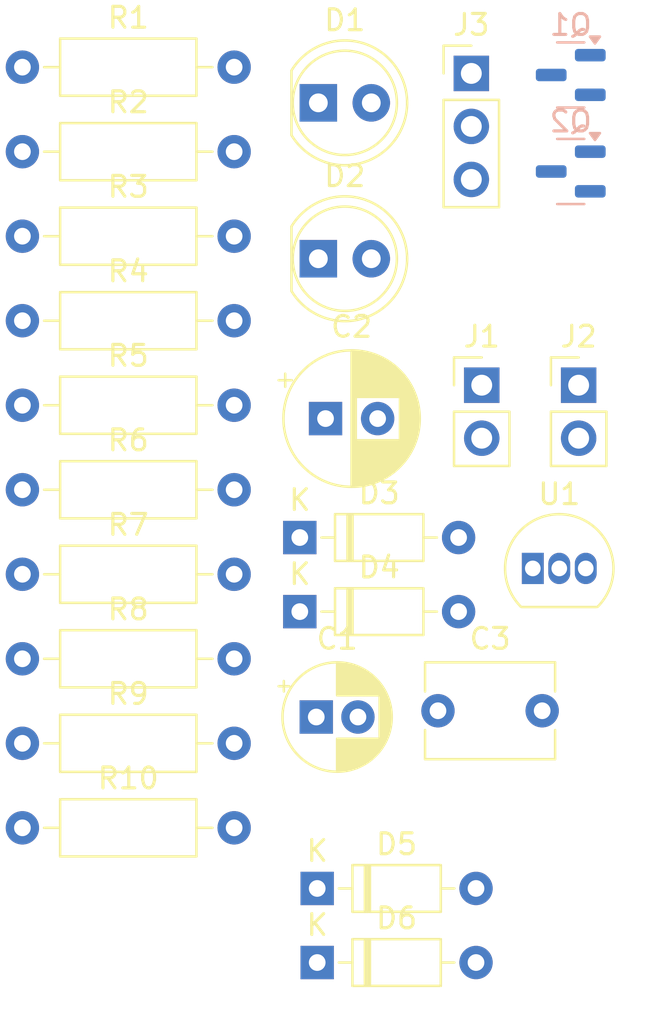
<source format=kicad_pcb>
(kicad_pcb (version 20240108) (generator "pcbnew") (generator_version "8.0")
  (layers (0 "F.Cu" signal) (31 "B.Cu" signal) (36 "B.SilkS" user "B.Silkscreen") (37 "F.SilkS" user "F.Silkscreen") (38 "B.Mask" user) (44 "Edge.Cuts" user))
  (net 0 "")
  (net 1 "Net-(D1-A)")
  (net 2 "GND")
  (net 3 "Net-(J1-Pin_1)")
  (net 4 "Net-(D4-A)")
  (net 5 "Net-(D1-K)")
  (net 6 "Net-(D2-K)")
  (net 7 "Net-(D2-A)")
  (net 8 "Net-(Q1-C)")
  (net 9 "Net-(D3-A)")
  (net 10 "Net-(J2-Pin_1)")
  (net 11 "Net-(Q1-B)")
  (net 12 "Net-(Q2-G)")
  (net 13 "Net-(R6-Pad2)")
  (footprint "Resistor_THT:R_Axial_DIN0207_L6.3mm_D2.5mm_P10.16mm_Horizontal" (layer "F.Cu") (at 18.24 48.31)
    (property "Reference" "R8" (at 5.08 -2.37 0) (layer "F.SilkS"))
    (property "Value" "3.3K")
    (pad "1" thru_hole circle (at 0 0) (size 1.6 1.6) (drill 0.8) (layers "*.Cu" "*.Mask" "In1.Cu" "In2.Cu" "In3.Cu" "In4.Cu" "In5.Cu" "In6.Cu" "In7.Cu" "In8.Cu" "In9.Cu" "In10.Cu" "In11.Cu" "In12.Cu" "In13.Cu" "In14.Cu" "In15.Cu" "In16.Cu" "In17.Cu" "In18.Cu" "In19.Cu" "In20.Cu" "In21.Cu" "In22.Cu" "In23.Cu" "In24.Cu" "In25.Cu" "In26.Cu" "In27.Cu" "In28.Cu" "In29.Cu" "In30.Cu") (net 6 "Net-(D2-K)"))
    (pad "2" thru_hole oval (at 10.16 0) (size 1.6 1.6) (drill 0.8) (layers "*.Cu" "*.Mask" "In1.Cu" "In2.Cu" "In3.Cu" "In4.Cu" "In5.Cu" "In6.Cu" "In7.Cu" "In8.Cu" "In9.Cu" "In10.Cu" "In11.Cu" "In12.Cu" "In13.Cu" "In14.Cu" "In15.Cu" "In16.Cu" "In17.Cu" "In18.Cu" "In19.Cu" "In20.Cu" "In21.Cu" "In22.Cu" "In23.Cu" "In24.Cu" "In25.Cu" "In26.Cu" "In27.Cu" "In28.Cu" "In29.Cu" "In30.Cu") (net 2 "GND"))
  )
  (footprint "Capacitor_THT:CP_Radial_D5.0mm_P2.00mm" (layer "F.Cu") (at 32.339775 51.1)
    (property "Reference" "C1" (at 1 -3.75 0) (layer "F.SilkS"))
    (property "Value" "4.7uF 25V")
    (pad "1" thru_hole rect (at 0 0) (size 1.6 1.6) (drill 0.8) (layers "*.Cu" "*.Mask" "In1.Cu" "In2.Cu" "In3.Cu" "In4.Cu" "In5.Cu" "In6.Cu" "In7.Cu" "In8.Cu" "In9.Cu" "In10.Cu" "In11.Cu" "In12.Cu" "In13.Cu" "In14.Cu" "In15.Cu" "In16.Cu" "In17.Cu" "In18.Cu" "In19.Cu" "In20.Cu" "In21.Cu" "In22.Cu" "In23.Cu" "In24.Cu" "In25.Cu" "In26.Cu" "In27.Cu" "In28.Cu" "In29.Cu" "In30.Cu") (net 1 "Net-(D1-A)"))
    (pad "2" thru_hole circle (at 2 0) (size 1.6 1.6) (drill 0.8) (layers "*.Cu" "*.Mask" "In1.Cu" "In2.Cu" "In3.Cu" "In4.Cu" "In5.Cu" "In6.Cu" "In7.Cu" "In8.Cu" "In9.Cu" "In10.Cu" "In11.Cu" "In12.Cu" "In13.Cu" "In14.Cu" "In15.Cu" "In16.Cu" "In17.Cu" "In18.Cu" "In19.Cu" "In20.Cu" "In21.Cu" "In22.Cu" "In23.Cu" "In24.Cu" "In25.Cu" "In26.Cu" "In27.Cu" "In28.Cu" "In29.Cu" "In30.Cu") (net 2 "GND"))
  )
  (footprint "Resistor_THT:R_Axial_DIN0207_L6.3mm_D2.5mm_P10.16mm_Horizontal" (layer "F.Cu") (at 18.24 56.41)
    (property "Reference" "R10" (at 5.08 -2.37 0) (layer "F.SilkS"))
    (property "Value" "820")
    (pad "1" thru_hole circle (at 0 0) (size 1.6 1.6) (drill 0.8) (layers "*.Cu" "*.Mask" "In1.Cu" "In2.Cu" "In3.Cu" "In4.Cu" "In5.Cu" "In6.Cu" "In7.Cu" "In8.Cu" "In9.Cu" "In10.Cu" "In11.Cu" "In12.Cu" "In13.Cu" "In14.Cu" "In15.Cu" "In16.Cu" "In17.Cu" "In18.Cu" "In19.Cu" "In20.Cu" "In21.Cu" "In22.Cu" "In23.Cu" "In24.Cu" "In25.Cu" "In26.Cu" "In27.Cu" "In28.Cu" "In29.Cu" "In30.Cu") (net 5 "Net-(D1-K)"))
    (pad "2" thru_hole oval (at 10.16 0) (size 1.6 1.6) (drill 0.8) (layers "*.Cu" "*.Mask" "In1.Cu" "In2.Cu" "In3.Cu" "In4.Cu" "In5.Cu" "In6.Cu" "In7.Cu" "In8.Cu" "In9.Cu" "In10.Cu" "In11.Cu" "In12.Cu" "In13.Cu" "In14.Cu" "In15.Cu" "In16.Cu" "In17.Cu" "In18.Cu" "In19.Cu" "In20.Cu" "In21.Cu" "In22.Cu" "In23.Cu" "In24.Cu" "In25.Cu" "In26.Cu" "In27.Cu" "In28.Cu" "In29.Cu" "In30.Cu") (net 2 "GND"))
  )
  (footprint "Resistor_THT:R_Axial_DIN0207_L6.3mm_D2.5mm_P10.16mm_Horizontal" (layer "F.Cu") (at 18.24 44.26)
    (property "Reference" "R7" (at 5.08 -2.37 0) (layer "F.SilkS"))
    (property "Value" "820")
    (pad "1" thru_hole circle (at 0 0) (size 1.6 1.6) (drill 0.8) (layers "*.Cu" "*.Mask" "In1.Cu" "In2.Cu" "In3.Cu" "In4.Cu" "In5.Cu" "In6.Cu" "In7.Cu" "In8.Cu" "In9.Cu" "In10.Cu" "In11.Cu" "In12.Cu" "In13.Cu" "In14.Cu" "In15.Cu" "In16.Cu" "In17.Cu" "In18.Cu" "In19.Cu" "In20.Cu" "In21.Cu" "In22.Cu" "In23.Cu" "In24.Cu" "In25.Cu" "In26.Cu" "In27.Cu" "In28.Cu" "In29.Cu" "In30.Cu") (net 9 "Net-(D3-A)"))
    (pad "2" thru_hole oval (at 10.16 0) (size 1.6 1.6) (drill 0.8) (layers "*.Cu" "*.Mask" "In1.Cu" "In2.Cu" "In3.Cu" "In4.Cu" "In5.Cu" "In6.Cu" "In7.Cu" "In8.Cu" "In9.Cu" "In10.Cu" "In11.Cu" "In12.Cu" "In13.Cu" "In14.Cu" "In15.Cu" "In16.Cu" "In17.Cu" "In18.Cu" "In19.Cu" "In20.Cu" "In21.Cu" "In22.Cu" "In23.Cu" "In24.Cu" "In25.Cu" "In26.Cu" "In27.Cu" "In28.Cu" "In29.Cu" "In30.Cu") (net 2 "GND"))
  )
  (footprint "Resistor_THT:R_Axial_DIN0207_L6.3mm_D2.5mm_P10.16mm_Horizontal" (layer "F.Cu") (at 18.24 28.06)
    (property "Reference" "R3" (at 5.08 -2.37 0) (layer "F.SilkS"))
    (property "Value" "3.3K")
    (pad "1" thru_hole circle (at 0 0) (size 1.6 1.6) (drill 0.8) (layers "*.Cu" "*.Mask" "In1.Cu" "In2.Cu" "In3.Cu" "In4.Cu" "In5.Cu" "In6.Cu" "In7.Cu" "In8.Cu" "In9.Cu" "In10.Cu" "In11.Cu" "In12.Cu" "In13.Cu" "In14.Cu" "In15.Cu" "In16.Cu" "In17.Cu" "In18.Cu" "In19.Cu" "In20.Cu" "In21.Cu" "In22.Cu" "In23.Cu" "In24.Cu" "In25.Cu" "In26.Cu" "In27.Cu" "In28.Cu" "In29.Cu" "In30.Cu") (net 10 "Net-(J2-Pin_1)"))
    (pad "2" thru_hole oval (at 10.16 0) (size 1.6 1.6) (drill 0.8) (layers "*.Cu" "*.Mask" "In1.Cu" "In2.Cu" "In3.Cu" "In4.Cu" "In5.Cu" "In6.Cu" "In7.Cu" "In8.Cu" "In9.Cu" "In10.Cu" "In11.Cu" "In12.Cu" "In13.Cu" "In14.Cu" "In15.Cu" "In16.Cu" "In17.Cu" "In18.Cu" "In19.Cu" "In20.Cu" "In21.Cu" "In22.Cu" "In23.Cu" "In24.Cu" "In25.Cu" "In26.Cu" "In27.Cu" "In28.Cu" "In29.Cu" "In30.Cu") (net 11 "Net-(Q1-B)"))
  )
  (footprint "Resistor_THT:R_Axial_DIN0207_L6.3mm_D2.5mm_P10.16mm_Horizontal" (layer "F.Cu") (at 18.24 32.11)
    (property "Reference" "R4" (at 5.08 -2.37 0) (layer "F.SilkS"))
    (property "Value" "2.7K")
    (pad "1" thru_hole circle (at 0 0) (size 1.6 1.6) (drill 0.8) (layers "*.Cu" "*.Mask" "In1.Cu" "In2.Cu" "In3.Cu" "In4.Cu" "In5.Cu" "In6.Cu" "In7.Cu" "In8.Cu" "In9.Cu" "In10.Cu" "In11.Cu" "In12.Cu" "In13.Cu" "In14.Cu" "In15.Cu" "In16.Cu" "In17.Cu" "In18.Cu" "In19.Cu" "In20.Cu" "In21.Cu" "In22.Cu" "In23.Cu" "In24.Cu" "In25.Cu" "In26.Cu" "In27.Cu" "In28.Cu" "In29.Cu" "In30.Cu") (net 11 "Net-(Q1-B)"))
    (pad "2" thru_hole oval (at 10.16 0) (size 1.6 1.6) (drill 0.8) (layers "*.Cu" "*.Mask" "In1.Cu" "In2.Cu" "In3.Cu" "In4.Cu" "In5.Cu" "In6.Cu" "In7.Cu" "In8.Cu" "In9.Cu" "In10.Cu" "In11.Cu" "In12.Cu" "In13.Cu" "In14.Cu" "In15.Cu" "In16.Cu" "In17.Cu" "In18.Cu" "In19.Cu" "In20.Cu" "In21.Cu" "In22.Cu" "In23.Cu" "In24.Cu" "In25.Cu" "In26.Cu" "In27.Cu" "In28.Cu" "In29.Cu" "In30.Cu") (net 2 "GND"))
  )
  (footprint "Resistor_THT:R_Axial_DIN0207_L6.3mm_D2.5mm_P10.16mm_Horizontal" (layer "F.Cu") (at 18.24 19.96)
    (property "Reference" "R1" (at 5.08 -2.37 0) (layer "F.SilkS"))
    (property "Value" "2.7K")
    (pad "1" thru_hole circle (at 0 0) (size 1.6 1.6) (drill 0.8) (layers "*.Cu" "*.Mask" "In1.Cu" "In2.Cu" "In3.Cu" "In4.Cu" "In5.Cu" "In6.Cu" "In7.Cu" "In8.Cu" "In9.Cu" "In10.Cu" "In11.Cu" "In12.Cu" "In13.Cu" "In14.Cu" "In15.Cu" "In16.Cu" "In17.Cu" "In18.Cu" "In19.Cu" "In20.Cu" "In21.Cu" "In22.Cu" "In23.Cu" "In24.Cu" "In25.Cu" "In26.Cu" "In27.Cu" "In28.Cu" "In29.Cu" "In30.Cu") (net 3 "Net-(J1-Pin_1)"))
    (pad "2" thru_hole oval (at 10.16 0) (size 1.6 1.6) (drill 0.8) (layers "*.Cu" "*.Mask" "In1.Cu" "In2.Cu" "In3.Cu" "In4.Cu" "In5.Cu" "In6.Cu" "In7.Cu" "In8.Cu" "In9.Cu" "In10.Cu" "In11.Cu" "In12.Cu" "In13.Cu" "In14.Cu" "In15.Cu" "In16.Cu" "In17.Cu" "In18.Cu" "In19.Cu" "In20.Cu" "In21.Cu" "In22.Cu" "In23.Cu" "In24.Cu" "In25.Cu" "In26.Cu" "In27.Cu" "In28.Cu" "In29.Cu" "In30.Cu") (net 12 "Net-(Q2-G)"))
  )
  (footprint "Connector_PinHeader_2.54mm:PinHeader_1x02_P2.54mm_Vertical" (layer "F.Cu") (at 44.93 35.2)
    (property "Reference" "J2" (at 0 -2.33 0) (layer "F.SilkS"))
    (property "Value" "Prog_EN")
    (pad "1" thru_hole rect (at 0 0) (size 1.7 1.7) (drill 1) (layers "*.Cu" "*.Mask" "In1.Cu" "In2.Cu" "In3.Cu" "In4.Cu" "In5.Cu" "In6.Cu" "In7.Cu" "In8.Cu" "In9.Cu" "In10.Cu" "In11.Cu" "In12.Cu" "In13.Cu" "In14.Cu" "In15.Cu" "In16.Cu" "In17.Cu" "In18.Cu" "In19.Cu" "In20.Cu" "In21.Cu" "In22.Cu" "In23.Cu" "In24.Cu" "In25.Cu" "In26.Cu" "In27.Cu" "In28.Cu" "In29.Cu" "In30.Cu") (net 10 "Net-(J2-Pin_1)"))
    (pad "2" thru_hole oval (at 0 2.54) (size 1.7 1.7) (drill 1) (layers "*.Cu" "*.Mask" "In1.Cu" "In2.Cu" "In3.Cu" "In4.Cu" "In5.Cu" "In6.Cu" "In7.Cu" "In8.Cu" "In9.Cu" "In10.Cu" "In11.Cu" "In12.Cu" "In13.Cu" "In14.Cu" "In15.Cu" "In16.Cu" "In17.Cu" "In18.Cu" "In19.Cu" "In20.Cu" "In21.Cu" "In22.Cu" "In23.Cu" "In24.Cu" "In25.Cu" "In26.Cu" "In27.Cu" "In28.Cu" "In29.Cu" "In30.Cu") (net 2 "GND"))
  )
  (footprint "LED_THT:LED_D5.0mm" (layer "F.Cu") (at 32.44 29.14)
    (property "Reference" "D2" (at 1.27 -3.96 0) (layer "F.SilkS"))
    (property "Value" "Prog_Ind")
    (pad "1" thru_hole rect (at 0 0) (size 1.8 1.8) (drill 0.9) (layers "*.Cu" "*.Mask" "In1.Cu" "In2.Cu" "In3.Cu" "In4.Cu" "In5.Cu" "In6.Cu" "In7.Cu" "In8.Cu" "In9.Cu" "In10.Cu" "In11.Cu" "In12.Cu" "In13.Cu" "In14.Cu" "In15.Cu" "In16.Cu" "In17.Cu" "In18.Cu" "In19.Cu" "In20.Cu" "In21.Cu" "In22.Cu" "In23.Cu" "In24.Cu" "In25.Cu" "In26.Cu" "In27.Cu" "In28.Cu" "In29.Cu" "In30.Cu") (net 6 "Net-(D2-K)"))
    (pad "2" thru_hole circle (at 2.54 0) (size 1.8 1.8) (drill 0.9) (layers "*.Cu" "*.Mask" "In1.Cu" "In2.Cu" "In3.Cu" "In4.Cu" "In5.Cu" "In6.Cu" "In7.Cu" "In8.Cu" "In9.Cu" "In10.Cu" "In11.Cu" "In12.Cu" "In13.Cu" "In14.Cu" "In15.Cu" "In16.Cu" "In17.Cu" "In18.Cu" "In19.Cu" "In20.Cu" "In21.Cu" "In22.Cu" "In23.Cu" "In24.Cu" "In25.Cu" "In26.Cu" "In27.Cu" "In28.Cu" "In29.Cu" "In30.Cu") (net 7 "Net-(D2-A)"))
  )
  (footprint "Connector_PinHeader_2.54mm:PinHeader_1x02_P2.54mm_Vertical" (layer "F.Cu") (at 40.28 35.2)
    (property "Reference" "J1" (at 0 -2.33 0) (layer "F.SilkS"))
    (property "Value" "13Vdc_In")
    (pad "1" thru_hole rect (at 0 0) (size 1.7 1.7) (drill 1) (layers "*.Cu" "*.Mask" "In1.Cu" "In2.Cu" "In3.Cu" "In4.Cu" "In5.Cu" "In6.Cu" "In7.Cu" "In8.Cu" "In9.Cu" "In10.Cu" "In11.Cu" "In12.Cu" "In13.Cu" "In14.Cu" "In15.Cu" "In16.Cu" "In17.Cu" "In18.Cu" "In19.Cu" "In20.Cu" "In21.Cu" "In22.Cu" "In23.Cu" "In24.Cu" "In25.Cu" "In26.Cu" "In27.Cu" "In28.Cu" "In29.Cu" "In30.Cu") (net 3 "Net-(J1-Pin_1)"))
    (pad "2" thru_hole oval (at 0 2.54) (size 1.7 1.7) (drill 1) (layers "*.Cu" "*.Mask" "In1.Cu" "In2.Cu" "In3.Cu" "In4.Cu" "In5.Cu" "In6.Cu" "In7.Cu" "In8.Cu" "In9.Cu" "In10.Cu" "In11.Cu" "In12.Cu" "In13.Cu" "In14.Cu" "In15.Cu" "In16.Cu" "In17.Cu" "In18.Cu" "In19.Cu" "In20.Cu" "In21.Cu" "In22.Cu" "In23.Cu" "In24.Cu" "In25.Cu" "In26.Cu" "In27.Cu" "In28.Cu" "In29.Cu" "In30.Cu") (net 2 "GND"))
  )
  (footprint "Capacitor_THT:CP_Radial_D6.3mm_P2.50mm" (layer "F.Cu") (at 32.785241 36.8)
    (property "Reference" "C2" (at 1.25 -4.4 0) (layer "F.SilkS"))
    (property "Value" "100uF 16V")
    (pad "1" thru_hole rect (at 0 0) (size 1.6 1.6) (drill 0.8) (layers "*.Cu" "*.Mask" "In1.Cu" "In2.Cu" "In3.Cu" "In4.Cu" "In5.Cu" "In6.Cu" "In7.Cu" "In8.Cu" "In9.Cu" "In10.Cu" "In11.Cu" "In12.Cu" "In13.Cu" "In14.Cu" "In15.Cu" "In16.Cu" "In17.Cu" "In18.Cu" "In19.Cu" "In20.Cu" "In21.Cu" "In22.Cu" "In23.Cu" "In24.Cu" "In25.Cu" "In26.Cu" "In27.Cu" "In28.Cu" "In29.Cu" "In30.Cu") (net 3 "Net-(J1-Pin_1)"))
    (pad "2" thru_hole circle (at 2.5 0) (size 1.6 1.6) (drill 0.8) (layers "*.Cu" "*.Mask" "In1.Cu" "In2.Cu" "In3.Cu" "In4.Cu" "In5.Cu" "In6.Cu" "In7.Cu" "In8.Cu" "In9.Cu" "In10.Cu" "In11.Cu" "In12.Cu" "In13.Cu" "In14.Cu" "In15.Cu" "In16.Cu" "In17.Cu" "In18.Cu" "In19.Cu" "In20.Cu" "In21.Cu" "In22.Cu" "In23.Cu" "In24.Cu" "In25.Cu" "In26.Cu" "In27.Cu" "In28.Cu" "In29.Cu" "In30.Cu") (net 2 "GND"))
  )
  (footprint "Package_TO_SOT_THT:TO-92_Inline" (layer "F.Cu") (at 42.73 43.98)
    (property "Reference" "U1" (at 1.27 -3.56 0) (layer "F.SilkS"))
    (property "Value" "LM317L_TO92")
    (pad "1" thru_hole rect (at 0 0) (size 1.05 1.5) (drill 0.75) (layers "*.Cu" "*.Mask" "In1.Cu" "In2.Cu" "In3.Cu" "In4.Cu" "In5.Cu" "In6.Cu" "In7.Cu" "In8.Cu" "In9.Cu" "In10.Cu" "In11.Cu" "In12.Cu" "In13.Cu" "In14.Cu" "In15.Cu" "In16.Cu" "In17.Cu" "In18.Cu" "In19.Cu" "In20.Cu" "In21.Cu" "In22.Cu" "In23.Cu" "In24.Cu" "In25.Cu" "In26.Cu" "In27.Cu" "In28.Cu" "In29.Cu" "In30.Cu") (net 9 "Net-(D3-A)"))
    (pad "2" thru_hole oval (at 1.27 0) (size 1.05 1.5) (drill 0.75) (layers "*.Cu" "*.Mask" "In1.Cu" "In2.Cu" "In3.Cu" "In4.Cu" "In5.Cu" "In6.Cu" "In7.Cu" "In8.Cu" "In9.Cu" "In10.Cu" "In11.Cu" "In12.Cu" "In13.Cu" "In14.Cu" "In15.Cu" "In16.Cu" "In17.Cu" "In18.Cu" "In19.Cu" "In20.Cu" "In21.Cu" "In22.Cu" "In23.Cu" "In24.Cu" "In25.Cu" "In26.Cu" "In27.Cu" "In28.Cu" "In29.Cu" "In30.Cu") (net 1 "Net-(D1-A)"))
    (pad "3" thru_hole oval (at 2.54 0) (size 1.05 1.5) (drill 0.75) (layers "*.Cu" "*.Mask" "In1.Cu" "In2.Cu" "In3.Cu" "In4.Cu" "In5.Cu" "In6.Cu" "In7.Cu" "In8.Cu" "In9.Cu" "In10.Cu" "In11.Cu" "In12.Cu" "In13.Cu" "In14.Cu" "In15.Cu" "In16.Cu" "In17.Cu" "In18.Cu" "In19.Cu" "In20.Cu" "In21.Cu" "In22.Cu" "In23.Cu" "In24.Cu" "In25.Cu" "In26.Cu" "In27.Cu" "In28.Cu" "In29.Cu" "In30.Cu") (net 3 "Net-(J1-Pin_1)"))
  )
  (footprint "Resistor_THT:R_Axial_DIN0207_L6.3mm_D2.5mm_P10.16mm_Horizontal" (layer "F.Cu") (at 18.24 36.16)
    (property "Reference" "R5" (at 5.08 -2.37 0) (layer "F.SilkS"))
    (property "Value" "2.7K")
    (pad "1" thru_hole circle (at 0 0) (size 1.6 1.6) (drill 0.8) (layers "*.Cu" "*.Mask" "In1.Cu" "In2.Cu" "In3.Cu" "In4.Cu" "In5.Cu" "In6.Cu" "In7.Cu" "In8.Cu" "In9.Cu" "In10.Cu" "In11.Cu" "In12.Cu" "In13.Cu" "In14.Cu" "In15.Cu" "In16.Cu" "In17.Cu" "In18.Cu" "In19.Cu" "In20.Cu" "In21.Cu" "In22.Cu" "In23.Cu" "In24.Cu" "In25.Cu" "In26.Cu" "In27.Cu" "In28.Cu" "In29.Cu" "In30.Cu") (net 4 "Net-(D4-A)"))
    (pad "2" thru_hole oval (at 10.16 0) (size 1.6 1.6) (drill 0.8) (layers "*.Cu" "*.Mask" "In1.Cu" "In2.Cu" "In3.Cu" "In4.Cu" "In5.Cu" "In6.Cu" "In7.Cu" "In8.Cu" "In9.Cu" "In10.Cu" "In11.Cu" "In12.Cu" "In13.Cu" "In14.Cu" "In15.Cu" "In16.Cu" "In17.Cu" "In18.Cu" "In19.Cu" "In20.Cu" "In21.Cu" "In22.Cu" "In23.Cu" "In24.Cu" "In25.Cu" "In26.Cu" "In27.Cu" "In28.Cu" "In29.Cu" "In30.Cu") (net 2 "GND"))
  )
  (footprint "LED_THT:LED_D5.0mm" (layer "F.Cu") (at 32.44 21.67)
    (property "Reference" "D1" (at 1.27 -3.96 0) (layer "F.SilkS"))
    (property "Value" "Power_Ind")
    (pad "1" thru_hole rect (at 0 0) (size 1.8 1.8) (drill 0.9) (layers "*.Cu" "*.Mask" "In1.Cu" "In2.Cu" "In3.Cu" "In4.Cu" "In5.Cu" "In6.Cu" "In7.Cu" "In8.Cu" "In9.Cu" "In10.Cu" "In11.Cu" "In12.Cu" "In13.Cu" "In14.Cu" "In15.Cu" "In16.Cu" "In17.Cu" "In18.Cu" "In19.Cu" "In20.Cu" "In21.Cu" "In22.Cu" "In23.Cu" "In24.Cu" "In25.Cu" "In26.Cu" "In27.Cu" "In28.Cu" "In29.Cu" "In30.Cu") (net 5 "Net-(D1-K)"))
    (pad "2" thru_hole circle (at 2.54 0) (size 1.8 1.8) (drill 0.9) (layers "*.Cu" "*.Mask" "In1.Cu" "In2.Cu" "In3.Cu" "In4.Cu" "In5.Cu" "In6.Cu" "In7.Cu" "In8.Cu" "In9.Cu" "In10.Cu" "In11.Cu" "In12.Cu" "In13.Cu" "In14.Cu" "In15.Cu" "In16.Cu" "In17.Cu" "In18.Cu" "In19.Cu" "In20.Cu" "In21.Cu" "In22.Cu" "In23.Cu" "In24.Cu" "In25.Cu" "In26.Cu" "In27.Cu" "In28.Cu" "In29.Cu" "In30.Cu") (net 1 "Net-(D1-A)"))
  )
  (footprint "Diode_THT:D_DO-35_SOD27_P7.62mm_Horizontal" (layer "F.Cu") (at 31.55 42.5)
    (property "Reference" "D3" (at 3.81 -2.12 0) (layer "F.SilkS"))
    (property "Value" "1N4148")
    (fp_text user "K" (at 0 -1.8 0) (layer "F.SilkS"))
    (pad "1" thru_hole rect (at 0 0) (size 1.6 1.6) (drill 0.8) (layers "*.Cu" "*.Mask" "In1.Cu" "In2.Cu" "In3.Cu" "In4.Cu" "In5.Cu" "In6.Cu" "In7.Cu" "In8.Cu" "In9.Cu" "In10.Cu" "In11.Cu" "In12.Cu" "In13.Cu" "In14.Cu" "In15.Cu" "In16.Cu" "In17.Cu" "In18.Cu" "In19.Cu" "In20.Cu" "In21.Cu" "In22.Cu" "In23.Cu" "In24.Cu" "In25.Cu" "In26.Cu" "In27.Cu" "In28.Cu" "In29.Cu" "In30.Cu") (net 6 "Net-(D2-K)"))
    (pad "2" thru_hole oval (at 7.62 0) (size 1.6 1.6) (drill 0.8) (layers "*.Cu" "*.Mask" "In1.Cu" "In2.Cu" "In3.Cu" "In4.Cu" "In5.Cu" "In6.Cu" "In7.Cu" "In8.Cu" "In9.Cu" "In10.Cu" "In11.Cu" "In12.Cu" "In13.Cu" "In14.Cu" "In15.Cu" "In16.Cu" "In17.Cu" "In18.Cu" "In19.Cu" "In20.Cu" "In21.Cu" "In22.Cu" "In23.Cu" "In24.Cu" "In25.Cu" "In26.Cu" "In27.Cu" "In28.Cu" "In29.Cu" "In30.Cu") (net 9 "Net-(D3-A)"))
  )
  (footprint "Resistor_THT:R_Axial_DIN0207_L6.3mm_D2.5mm_P10.16mm_Horizontal" (layer "F.Cu") (at 18.24 24.01)
    (property "Reference" "R2" (at 5.08 -2.37 0) (layer "F.SilkS"))
    (property "Value" "3.3K")
    (pad "1" thru_hole circle (at 0 0) (size 1.6 1.6) (drill 0.8) (layers "*.Cu" "*.Mask" "In1.Cu" "In2.Cu" "In3.Cu" "In4.Cu" "In5.Cu" "In6.Cu" "In7.Cu" "In8.Cu" "In9.Cu" "In10.Cu" "In11.Cu" "In12.Cu" "In13.Cu" "In14.Cu" "In15.Cu" "In16.Cu" "In17.Cu" "In18.Cu" "In19.Cu" "In20.Cu" "In21.Cu" "In22.Cu" "In23.Cu" "In24.Cu" "In25.Cu" "In26.Cu" "In27.Cu" "In28.Cu" "In29.Cu" "In30.Cu") (net 12 "Net-(Q2-G)"))
    (pad "2" thru_hole oval (at 10.16 0) (size 1.6 1.6) (drill 0.8) (layers "*.Cu" "*.Mask" "In1.Cu" "In2.Cu" "In3.Cu" "In4.Cu" "In5.Cu" "In6.Cu" "In7.Cu" "In8.Cu" "In9.Cu" "In10.Cu" "In11.Cu" "In12.Cu" "In13.Cu" "In14.Cu" "In15.Cu" "In16.Cu" "In17.Cu" "In18.Cu" "In19.Cu" "In20.Cu" "In21.Cu" "In22.Cu" "In23.Cu" "In24.Cu" "In25.Cu" "In26.Cu" "In27.Cu" "In28.Cu" "In29.Cu" "In30.Cu") (net 8 "Net-(Q1-C)"))
  )
  (footprint "Connector_PinHeader_2.54mm:PinHeader_1x03_P2.54mm_Vertical" (layer "F.Cu") (at 39.78 20.26)
    (property "Reference" "J3" (at 0 -2.33 0) (layer "F.SilkS"))
    (property "Value" "Vpp_Vcc_Out")
    (pad "1" thru_hole rect (at 0 0) (size 1.7 1.7) (drill 1) (layers "*.Cu" "*.Mask" "In1.Cu" "In2.Cu" "In3.Cu" "In4.Cu" "In5.Cu" "In6.Cu" "In7.Cu" "In8.Cu" "In9.Cu" "In10.Cu" "In11.Cu" "In12.Cu" "In13.Cu" "In14.Cu" "In15.Cu" "In16.Cu" "In17.Cu" "In18.Cu" "In19.Cu" "In20.Cu" "In21.Cu" "In22.Cu" "In23.Cu" "In24.Cu" "In25.Cu" "In26.Cu" "In27.Cu" "In28.Cu" "In29.Cu" "In30.Cu") (net 4 "Net-(D4-A)"))
    (pad "2" thru_hole oval (at 0 2.54) (size 1.7 1.7) (drill 1) (layers "*.Cu" "*.Mask" "In1.Cu" "In2.Cu" "In3.Cu" "In4.Cu" "In5.Cu" "In6.Cu" "In7.Cu" "In8.Cu" "In9.Cu" "In10.Cu" "In11.Cu" "In12.Cu" "In13.Cu" "In14.Cu" "In15.Cu" "In16.Cu" "In17.Cu" "In18.Cu" "In19.Cu" "In20.Cu" "In21.Cu" "In22.Cu" "In23.Cu" "In24.Cu" "In25.Cu" "In26.Cu" "In27.Cu" "In28.Cu" "In29.Cu" "In30.Cu") (net 2 "GND"))
    (pad "3" thru_hole oval (at 0 5.08) (size 1.7 1.7) (drill 1) (layers "*.Cu" "*.Mask" "In1.Cu" "In2.Cu" "In3.Cu" "In4.Cu" "In5.Cu" "In6.Cu" "In7.Cu" "In8.Cu" "In9.Cu" "In10.Cu" "In11.Cu" "In12.Cu" "In13.Cu" "In14.Cu" "In15.Cu" "In16.Cu" "In17.Cu" "In18.Cu" "In19.Cu" "In20.Cu" "In21.Cu" "In22.Cu" "In23.Cu" "In24.Cu" "In25.Cu" "In26.Cu" "In27.Cu" "In28.Cu" "In29.Cu" "In30.Cu") (net 1 "Net-(D1-A)"))
  )
  (footprint "Resistor_THT:R_Axial_DIN0207_L6.3mm_D2.5mm_P10.16mm_Horizontal" (layer "F.Cu") (at 18.24 52.36)
    (property "Reference" "R9" (at 5.08 -2.37 0) (layer "F.SilkS"))
    (property "Value" "6.8")
    (pad "1" thru_hole circle (at 0 0) (size 1.6 1.6) (drill 0.8) (layers "*.Cu" "*.Mask" "In1.Cu" "In2.Cu" "In3.Cu" "In4.Cu" "In5.Cu" "In6.Cu" "In7.Cu" "In8.Cu" "In9.Cu" "In10.Cu" "In11.Cu" "In12.Cu" "In13.Cu" "In14.Cu" "In15.Cu" "In16.Cu" "In17.Cu" "In18.Cu" "In19.Cu" "In20.Cu" "In21.Cu" "In22.Cu" "In23.Cu" "In24.Cu" "In25.Cu" "In26.Cu" "In27.Cu" "In28.Cu" "In29.Cu" "In30.Cu") (net 9 "Net-(D3-A)"))
    (pad "2" thru_hole oval (at 10.16 0) (size 1.6 1.6) (drill 0.8) (layers "*.Cu" "*.Mask" "In1.Cu" "In2.Cu" "In3.Cu" "In4.Cu" "In5.Cu" "In6.Cu" "In7.Cu" "In8.Cu" "In9.Cu" "In10.Cu" "In11.Cu" "In12.Cu" "In13.Cu" "In14.Cu" "In15.Cu" "In16.Cu" "In17.Cu" "In18.Cu" "In19.Cu" "In20.Cu" "In21.Cu" "In22.Cu" "In23.Cu" "In24.Cu" "In25.Cu" "In26.Cu" "In27.Cu" "In28.Cu" "In29.Cu" "In30.Cu") (net 13 "Net-(R6-Pad2)"))
  )
  (footprint "Diode_THT:D_DO-35_SOD27_P7.62mm_Horizontal" (layer "F.Cu") (at 31.55 46.05)
    (property "Reference" "D4" (at 3.81 -2.12 0) (layer "F.SilkS"))
    (property "Value" "1N4148")
    (fp_text user "K" (at 0 -1.8 0) (layer "F.SilkS"))
    (pad "1" thru_hole rect (at 0 0) (size 1.6 1.6) (drill 0.8) (layers "*.Cu" "*.Mask" "In1.Cu" "In2.Cu" "In3.Cu" "In4.Cu" "In5.Cu" "In6.Cu" "In7.Cu" "In8.Cu" "In9.Cu" "In10.Cu" "In11.Cu" "In12.Cu" "In13.Cu" "In14.Cu" "In15.Cu" "In16.Cu" "In17.Cu" "In18.Cu" "In19.Cu" "In20.Cu" "In21.Cu" "In22.Cu" "In23.Cu" "In24.Cu" "In25.Cu" "In26.Cu" "In27.Cu" "In28.Cu" "In29.Cu" "In30.Cu") (net 7 "Net-(D2-A)"))
    (pad "2" thru_hole oval (at 7.62 0) (size 1.6 1.6) (drill 0.8) (layers "*.Cu" "*.Mask" "In1.Cu" "In2.Cu" "In3.Cu" "In4.Cu" "In5.Cu" "In6.Cu" "In7.Cu" "In8.Cu" "In9.Cu" "In10.Cu" "In11.Cu" "In12.Cu" "In13.Cu" "In14.Cu" "In15.Cu" "In16.Cu" "In17.Cu" "In18.Cu" "In19.Cu" "In20.Cu" "In21.Cu" "In22.Cu" "In23.Cu" "In24.Cu" "In25.Cu" "In26.Cu" "In27.Cu" "In28.Cu" "In29.Cu" "In30.Cu") (net 4 "Net-(D4-A)"))
  )
  (footprint "Diode_THT:D_DO-35_SOD27_P7.62mm_Horizontal" (layer "F.Cu") (at 32.385 59.315)
    (property "Reference" "D5" (at 3.81 -2.12 0) (layer "F.SilkS"))
    (property "Value" "1N60")
    (fp_text user "K" (at 0 -1.8 0) (layer "F.SilkS"))
    (pad "1" thru_hole rect (at 0 0) (size 1.6 1.6) (drill 0.8) (layers "*.Cu" "*.Mask" "In1.Cu" "In2.Cu" "In3.Cu" "In4.Cu" "In5.Cu" "In6.Cu" "In7.Cu" "In8.Cu" "In9.Cu" "In10.Cu" "In11.Cu" "In12.Cu" "In13.Cu" "In14.Cu" "In15.Cu" "In16.Cu" "In17.Cu" "In18.Cu" "In19.Cu" "In20.Cu" "In21.Cu" "In22.Cu" "In23.Cu" "In24.Cu" "In25.Cu" "In26.Cu" "In27.Cu" "In28.Cu" "In29.Cu" "In30.Cu") (net 4 "Net-(D4-A)"))
    (pad "2" thru_hole oval (at 7.62 0) (size 1.6 1.6) (drill 0.8) (layers "*.Cu" "*.Mask" "In1.Cu" "In2.Cu" "In3.Cu" "In4.Cu" "In5.Cu" "In6.Cu" "In7.Cu" "In8.Cu" "In9.Cu" "In10.Cu" "In11.Cu" "In12.Cu" "In13.Cu" "In14.Cu" "In15.Cu" "In16.Cu" "In17.Cu" "In18.Cu" "In19.Cu" "In20.Cu" "In21.Cu" "In22.Cu" "In23.Cu" "In24.Cu" "In25.Cu" "In26.Cu" "In27.Cu" "In28.Cu" "In29.Cu" "In30.Cu") (net 1 "Net-(D1-A)"))
  )
  (footprint "Capacitor_THT:C_Disc_D6.0mm_W4.4mm_P5.00mm" (layer "F.Cu") (at 38.18 50.8)
    (property "Reference" "C3" (at 2.5 -3.45 0) (layer "F.SilkS"))
    (property "Value" "0.22uF 50V")
    (pad "1" thru_hole circle (at 0 0) (size 1.6 1.6) (drill 0.8) (layers "*.Cu" "*.Mask" "In1.Cu" "In2.Cu" "In3.Cu" "In4.Cu" "In5.Cu" "In6.Cu" "In7.Cu" "In8.Cu" "In9.Cu" "In10.Cu" "In11.Cu" "In12.Cu" "In13.Cu" "In14.Cu" "In15.Cu" "In16.Cu" "In17.Cu" "In18.Cu" "In19.Cu" "In20.Cu" "In21.Cu" "In22.Cu" "In23.Cu" "In24.Cu" "In25.Cu" "In26.Cu" "In27.Cu" "In28.Cu" "In29.Cu" "In30.Cu") (net 4 "Net-(D4-A)"))
    (pad "2" thru_hole circle (at 5 0) (size 1.6 1.6) (drill 0.8) (layers "*.Cu" "*.Mask" "In1.Cu" "In2.Cu" "In3.Cu" "In4.Cu" "In5.Cu" "In6.Cu" "In7.Cu" "In8.Cu" "In9.Cu" "In10.Cu" "In11.Cu" "In12.Cu" "In13.Cu" "In14.Cu" "In15.Cu" "In16.Cu" "In17.Cu" "In18.Cu" "In19.Cu" "In20.Cu" "In21.Cu" "In22.Cu" "In23.Cu" "In24.Cu" "In25.Cu" "In26.Cu" "In27.Cu" "In28.Cu" "In29.Cu" "In30.Cu") (net 2 "GND"))
  )
  (footprint "Diode_THT:D_DO-35_SOD27_P7.62mm_Horizontal" (layer "F.Cu") (at 32.385 62.865)
    (property "Reference" "D6" (at 3.81 -2.12 0) (layer "F.SilkS"))
    (property "Value" "1N60")
    (fp_text user "K" (at 0 -1.8 0) (layer "F.SilkS"))
    (pad "1" thru_hole rect (at 0 0) (size 1.6 1.6) (drill 0.8) (layers "*.Cu" "*.Mask" "In1.Cu" "In2.Cu" "In3.Cu" "In4.Cu" "In5.Cu" "In6.Cu" "In7.Cu" "In8.Cu" "In9.Cu" "In10.Cu" "In11.Cu" "In12.Cu" "In13.Cu" "In14.Cu" "In15.Cu" "In16.Cu" "In17.Cu" "In18.Cu" "In19.Cu" "In20.Cu" "In21.Cu" "In22.Cu" "In23.Cu" "In24.Cu" "In25.Cu" "In26.Cu" "In27.Cu" "In28.Cu" "In29.Cu" "In30.Cu") (net 4 "Net-(D4-A)"))
    (pad "2" thru_hole oval (at 7.62 0) (size 1.6 1.6) (drill 0.8) (layers "*.Cu" "*.Mask" "In1.Cu" "In2.Cu" "In3.Cu" "In4.Cu" "In5.Cu" "In6.Cu" "In7.Cu" "In8.Cu" "In9.Cu" "In10.Cu" "In11.Cu" "In12.Cu" "In13.Cu" "In14.Cu" "In15.Cu" "In16.Cu" "In17.Cu" "In18.Cu" "In19.Cu" "In20.Cu" "In21.Cu" "In22.Cu" "In23.Cu" "In24.Cu" "In25.Cu" "In26.Cu" "In27.Cu" "In28.Cu" "In29.Cu" "In30.Cu") (net 1 "Net-(D1-A)"))
  )
  (footprint "Resistor_THT:R_Axial_DIN0207_L6.3mm_D2.5mm_P10.16mm_Horizontal" (layer "F.Cu") (at 18.24 40.21)
    (property "Reference" "R6" (at 5.08 -2.37 0) (layer "F.SilkS"))
    (property "Value" "220")
    (pad "1" thru_hole circle (at 0 0) (size 1.6 1.6) (drill 0.8) (layers "*.Cu" "*.Mask" "In1.Cu" "In2.Cu" "In3.Cu" "In4.Cu" "In5.Cu" "In6.Cu" "In7.Cu" "In8.Cu" "In9.Cu" "In10.Cu" "In11.Cu" "In12.Cu" "In13.Cu" "In14.Cu" "In15.Cu" "In16.Cu" "In17.Cu" "In18.Cu" "In19.Cu" "In20.Cu" "In21.Cu" "In22.Cu" "In23.Cu" "In24.Cu" "In25.Cu" "In26.Cu" "In27.Cu" "In28.Cu" "In29.Cu" "In30.Cu") (net 1 "Net-(D1-A)"))
    (pad "2" thru_hole oval (at 10.16 0) (size 1.6 1.6) (drill 0.8) (layers "*.Cu" "*.Mask" "In1.Cu" "In2.Cu" "In3.Cu" "In4.Cu" "In5.Cu" "In6.Cu" "In7.Cu" "In8.Cu" "In9.Cu" "In10.Cu" "In11.Cu" "In12.Cu" "In13.Cu" "In14.Cu" "In15.Cu" "In16.Cu" "In17.Cu" "In18.Cu" "In19.Cu" "In20.Cu" "In21.Cu" "In22.Cu" "In23.Cu" "In24.Cu" "In25.Cu" "In26.Cu" "In27.Cu" "In28.Cu" "In29.Cu" "In30.Cu") (net 13 "Net-(R6-Pad2)"))
  )
  (footprint "Package_TO_SOT_SMD:SOT-23" (layer "B.Cu") (at 44.55 20.335 180)
    (property "Reference" "Q1" (at 0 2.4 0) (layer "B.SilkS") (effects (justify mirror)))
    (property "Value" "SST3904")
    (pad "1" smd roundrect (at -0.9375 0.95 180) (size 1.475 0.6) (layers "B.Cu" "B.Paste" "B.Mask") (net 11 "Net-(Q1-B)"))
    (pad "2" smd roundrect (at -0.9375 -0.95 180) (size 1.475 0.6) (layers "B.Cu" "B.Paste" "B.Mask") (net 2 "GND"))
    (pad "3" smd roundrect (at 0.9375 0 180) (size 1.475 0.6) (layers "B.Cu" "B.Paste" "B.Mask") (net 8 "Net-(Q1-C)"))
  )
  (footprint "Package_TO_SOT_SMD:SOT-23" (layer "B.Cu") (at 44.55 24.96 180)
    (property "Reference" "Q2" (at 0 2.4 0) (layer "B.SilkS") (effects (justify mirror)))
    (property "Value" "TM2301GN")
    (pad "1" smd roundrect (at -0.9375 0.95 180) (size 1.475 0.6) (layers "B.Cu" "B.Paste" "B.Mask") (net 12 "Net-(Q2-G)"))
    (pad "2" smd roundrect (at -0.9375 -0.95 180) (size 1.475 0.6) (layers "B.Cu" "B.Paste" "B.Mask") (net 3 "Net-(J1-Pin_1)"))
    (pad "3" smd roundrect (at 0.9375 0 180) (size 1.475 0.6) (layers "B.Cu" "B.Paste" "B.Mask") (net 4 "Net-(D4-A)"))
  )
)
</source>
